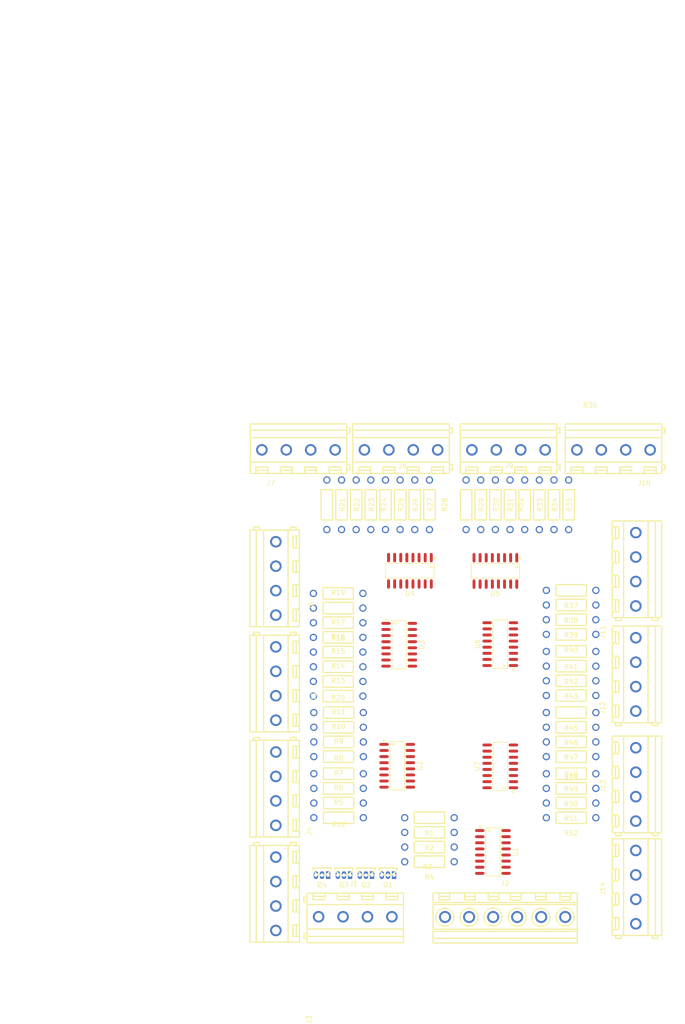
<source format=kicad_pcb>
(kicad_pcb (version 20211014) (generator pcbnew)
  (layers (0 "F.Cu" jumper) (31 "B.Cu" signal) (34 "B.Paste" user) (35 "F.Paste" user) (36 "B.SilkS" user "B.Silkscreen") (37 "F.SilkS" user "F.Silkscreen") (38 "B.Mask" user) (39 "F.Mask" user) (44 "Edge.Cuts" user))
  (net 0 "")
  (net 1 "Net-(J1-Pad1)")
  (net 2 "Net-(J1-Pad2)")
  (net 3 "Net-(J1-Pad3)")
  (net 4 "Net-(J1-Pad4)")
  (net 5 "GND")
  (net 6 "Net-(J2-Pad2)")
  (net 7 "Net-(J2-Pad3)")
  (net 8 "Net-(J2-Pad4)")
  (net 9 "Net-(J2-Pad5)")
  (net 10 "Net-(J3-Pad1)")
  (net 11 "Net-(J3-Pad2)")
  (net 12 "Net-(J3-Pad3)")
  (net 13 "Net-(J3-Pad4)")
  (net 14 "Net-(J4-Pad1)")
  (net 15 "Net-(J4-Pad2)")
  (net 16 "Net-(J4-Pad3)")
  (net 17 "Net-(J4-Pad4)")
  (net 18 "Net-(J5-Pad1)")
  (net 19 "Net-(J5-Pad2)")
  (net 20 "Net-(J5-Pad3)")
  (net 21 "Net-(J5-Pad4)")
  (net 22 "Net-(J6-Pad1)")
  (net 23 "Net-(J6-Pad2)")
  (net 24 "Net-(J6-Pad3)")
  (net 25 "Net-(J6-Pad4)")
  (net 26 "Net-(J7-Pad1)")
  (net 27 "Net-(J7-Pad2)")
  (net 28 "Net-(J7-Pad3)")
  (net 29 "Net-(J7-Pad4)")
  (net 30 "Net-(J8-Pad1)")
  (net 31 "Net-(J8-Pad2)")
  (net 32 "Net-(J8-Pad3)")
  (net 33 "Net-(J8-Pad4)")
  (net 34 "Net-(J9-Pad1)")
  (net 35 "Net-(J9-Pad2)")
  (net 36 "Net-(J9-Pad3)")
  (net 37 "Net-(J9-Pad4)")
  (net 38 "Net-(J10-Pad1)")
  (net 39 "Net-(J10-Pad2)")
  (net 40 "Net-(J10-Pad3)")
  (net 41 "Net-(J10-Pad4)")
  (net 42 "Net-(J11-Pad1)")
  (net 43 "Net-(J11-Pad2)")
  (net 44 "Net-(J11-Pad3)")
  (net 45 "Net-(J11-Pad4)")
  (net 46 "Net-(J12-Pad1)")
  (net 47 "Net-(J12-Pad2)")
  (net 48 "Net-(J12-Pad3)")
  (net 49 "Net-(J12-Pad4)")
  (net 50 "Net-(J13-Pad1)")
  (net 51 "Net-(J13-Pad2)")
  (net 52 "Net-(J13-Pad3)")
  (net 53 "Net-(J13-Pad4)")
  (net 54 "Net-(J14-Pad1)")
  (net 55 "Net-(J14-Pad2)")
  (net 56 "Net-(J14-Pad3)")
  (net 57 "Net-(J14-Pad4)")
  (net 58 "Net-(J2-Pad6)")
  (net 59 "Net-(Q1-Pad2)")
  (net 60 "Net-(Q2-Pad2)")
  (net 61 "Net-(Q3-Pad2)")
  (net 62 "Net-(R1-Pad1)")
  (net 63 "Net-(R2-Pad1)")
  (net 64 "Net-(R3-Pad1)")
  (net 65 "Net-(R4-Pad1)")
  (net 66 "Net-(R6-Pad2)")
  (net 67 "Net-(R7-Pad2)")
  (net 68 "Net-(R8-Pad2)")
  (net 69 "Net-(R9-Pad2)")
  (net 70 "Net-(R10-Pad2)")
  (net 71 "Net-(R11-Pad2)")
  (net 72 "Net-(R12-Pad2)")
  (net 73 "Net-(R13-Pad2)")
  (net 74 "Net-(R14-Pad2)")
  (net 75 "Net-(R15-Pad2)")
  (net 76 "Net-(R16-Pad2)")
  (net 77 "Net-(R17-Pad2)")
  (net 78 "Net-(R18-Pad2)")
  (net 79 "Net-(R19-Pad2)")
  (net 80 "Net-(R20-Pad2)")
  (net 81 "Net-(R21-Pad2)")
  (net 82 "Net-(R22-Pad2)")
  (net 83 "Net-(R23-Pad2)")
  (net 84 "Net-(R24-Pad2)")
  (net 85 "Net-(R25-Pad2)")
  (net 86 "Net-(R26-Pad2)")
  (net 87 "Net-(R27-Pad2)")
  (net 88 "Net-(R28-Pad2)")
  (net 89 "Net-(R29-Pad2)")
  (net 90 "Net-(R30-Pad2)")
  (net 91 "Net-(R31-Pad2)")
  (net 92 "Net-(R32-Pad2)")
  (net 93 "Net-(R33-Pad2)")
  (net 94 "Net-(R34-Pad2)")
  (net 95 "Net-(R35-Pad2)")
  (net 96 "Net-(R36-Pad2)")
  (net 97 "Net-(R37-Pad2)")
  (net 98 "Net-(R38-Pad2)")
  (net 99 "Net-(R39-Pad2)")
  (net 100 "Net-(R40-Pad2)")
  (net 101 "Net-(R41-Pad2)")
  (net 102 "Net-(R42-Pad2)")
  (net 103 "Net-(R43-Pad2)")
  (net 104 "Net-(R44-Pad2)")
  (net 105 "Net-(R45-Pad2)")
  (net 106 "Net-(R46-Pad2)")
  (net 107 "Net-(R47-Pad2)")
  (net 108 "Net-(R48-Pad2)")
  (net 109 "Net-(R49-Pad2)")
  (net 110 "Net-(R50-Pad2)")
  (net 111 "Net-(R51-Pad2)")
  (net 112 "Net-(R52-Pad2)")
  (net 113 "Net-(R5-Pad2)")
  (net 118 "Net-(U1-Pad9)")
  (net 119 "Net-(U2-Pad9)")
  (net 120 "Net-(U3-Pad9)")
  (net 121 "Net-(U4-Pad9)")
  (net 122 "Net-(U5-Pad9)")
  (net 123 "Net-(U6-Pad9)")
  (net 125 "Net-(Q4-Pad2)")
  (footprint "330R:RES-TH_BD2.4-L6.3-P10.30-D0.6" (layer "F.Cu") (at 105.7148 67.6656 -90)
    (fp_text reference "R31" (at 0 -3.2 -270) (layer "F.SilkS"))
    (fp_text value "330")
    (pad "1" thru_hole circle locked (at -5.150114 0 270) (size 1.524003 1.524003) (drill 1) (layers *.Cu *.Mask) (net 35 "Net-(J9-Pad2)"))
    (pad "2" thru_hole circle locked (at 5.150114 0 270) (size 1.524003 1.524003) (drill 1) (layers *.Cu *.Mask) (net 91 "Net-(R31-Pad2)"))
  )
  (footprint "330R:RES-TH_BD2.4-L6.3-P10.30-D0.6" (layer "F.Cu") (at 121.4628 116.9416 180)
    (fp_text reference "R47" (at 0 -3.2) (layer "F.SilkS"))
    (fp_text value "330")
    (pad "1" thru_hole circle locked (at -5.150114 0 180) (size 1.524003 1.524003) (drill 1) (layers *.Cu *.Mask) (net 51 "Net-(J13-Pad2)"))
    (pad "2" thru_hole circle locked (at 5.150114 0 180) (size 1.524003 1.524003) (drill 1) (layers *.Cu *.Mask) (net 107 "Net-(R47-Pad2)"))
  )
  (footprint "330R:RES-TH_BD2.4-L6.3-P10.30-D0.6" (layer "F.Cu") (at 73.100686 129.641615)
    (fp_text reference "R6" (at 0 -3.2) (layer "F.SilkS"))
    (fp_text value "330")
    (pad "1" thru_hole circle locked (at -5.150114 0) (size 1.524003 1.524003) (drill 1) (layers *.Cu *.Mask) (net 12 "Net-(J3-Pad3)"))
    (pad "2" thru_hole circle locked (at 5.150114 0) (size 1.524003 1.524003) (drill 1) (layers *.Cu *.Mask) (net 66 "Net-(R6-Pad2)"))
  )
  (footprint "330R:RES-TH_BD2.4-L6.3-P10.30-D0.6" (layer "F.Cu") (at 73.007215 104.368596)
    (fp_text reference "R14" (at 0 -3.2) (layer "F.SilkS"))
    (fp_text value "330")
    (pad "1" thru_hole circle locked (at -5.150114 0) (size 1.524003 1.524003) (drill 1) (layers *.Cu *.Mask) (net 20 "Net-(J5-Pad3)"))
    (pad "2" thru_hole circle locked (at 5.150114 0) (size 1.524003 1.524003) (drill 1) (layers *.Cu *.Mask) (net 74 "Net-(R14-Pad2)"))
  )
  (footprint "330R:RES-TH_BD2.4-L6.3-P10.30-D0.6" (layer "F.Cu") (at 73.007215 89.128596)
    (fp_text reference "R19" (at 0 -3.2) (layer "F.SilkS"))
    (fp_text value "330")
    (pad "1" thru_hole circle locked (at -5.150114 0) (size 1.524003 1.524003) (drill 1) (layers *.Cu *.Mask) (net 23 "Net-(J6-Pad2)"))
    (pad "2" thru_hole circle locked (at 5.150114 0) (size 1.524003 1.524003) (drill 1) (layers *.Cu *.Mask) (net 79 "Net-(R19-Pad2)"))
  )
  (footprint "330R:RES-TH_BD2.4-L6.3-P10.30-D0.6" (layer "F.Cu") (at 73.007215 86.080596)
    (fp_text reference "R20" (at 0 21.692) (layer "F.SilkS"))
    (fp_text value "330")
    (pad "1" thru_hole circle locked (at -5.150114 0) (size 1.524003 1.524003) (drill 1) (layers *.Cu *.Mask) (net 22 "Net-(J6-Pad1)"))
    (pad "2" thru_hole circle locked (at 5.150114 0) (size 1.524003 1.524003) (drill 1) (layers *.Cu *.Mask) (net 80 "Net-(R20-Pad2)"))
  )
  (footprint "1kR:RES-TH_BD2.4-L6.3-P10.30-D0.6" (layer "F.Cu") (at 91.9988 141.8336 180)
    (fp_text reference "R4" (at 0 -3.2) (layer "F.SilkS"))
    (fp_text value "1000")
    (pad "1" thru_hole circle locked (at -5.150114 0 180) (size 1.524003 1.524003) (drill 1) (layers *.Cu *.Mask) (net 65 "Net-(R4-Pad1)"))
    (pad "2" thru_hole circle locked (at 5.150114 0 180) (size 1.524003 1.524003) (drill 1) (layers *.Cu *.Mask) (net 59 "Net-(Q1-Pad2)"))
  )
  (footprint "74HC595:SOIC-16_L9.9-W3.9-P1.27-LS6.0-BL" (layer "F.Cu") (at 85.292686 121.894609 -90)
    (fp_text reference "U2" (at 0 -4.735585 90) (layer "F.SilkS"))
    (fp_text value "74HC595D,118")
    (pad "1" smd oval locked (at -4.445009 2.735585 270) (size 0.602007 1.970993) (layers "F.Cu" "F.Paste" "F.Mask") (net 71 "Net-(R11-Pad2)"))
    (pad "2" smd oval locked (at -3.175006 2.735585 270) (size 0.602007 1.970993) (layers "F.Cu" "F.Paste" "F.Mask") (net 70 "Net-(R10-Pad2)"))
    (pad "3" smd oval locked (at -1.905004 2.735585 270) (size 0.602007 1.970993) (layers "F.Cu" "F.Paste" "F.Mask") (net 69 "Net-(R9-Pad2)"))
    (pad "4" smd oval locked (at -0.635001 2.735585 270) (size 0.602007 1.970993) (layers "F.Cu" "F.Paste" "F.Mask") (net 68 "Net-(R8-Pad2)"))
    (pad "5" smd oval locked (at 0.635001 2.735585 270) (size 0.602007 1.970993) (layers "F.Cu" "F.Paste" "F.Mask") (net 67 "Net-(R7-Pad2)"))
    (pad "6" smd oval locked (at 1.905004 2.735585 270) (size 0.602007 1.970993) (layers "F.Cu" "F.Paste" "F.Mask") (net 66 "Net-(R6-Pad2)"))
    (pad "7" smd oval locked (at 3.175006 2.735585 270) (size 0.602007 1.970993) (layers "F.Cu" "F.Paste" "F.Mask") (net 113 "Net-(R5-Pad2)"))
    (pad "8" smd oval locked (at 4.445009 2.735585 270) (size 0.602007 1.970993) (layers "F.Cu" "F.Paste" "F.Mask") (net 5 "GND"))
    (pad "9" smd oval locked (at 4.445009 -2.735585 270) (size 0.602007 1.970993) (layers "F.Cu" "F.Paste" "F.Mask") (net 119 "Net-(U2-Pad9)"))
    (pad "10" smd oval locked (at 3.175006 -2.735585 270) (size 0.602007 1.970993) (layers "F.Cu" "F.Paste" "F.Mask") (net 58 "Net-(J2-Pad6)"))
    (pad "11" smd oval locked (at 1.905004 -2.735585 270) (size 0.602007 1.970993) (layers "F.Cu" "F.Paste" "F.Mask") (net 6 "Net-(J2-Pad2)"))
    (pad "12" smd oval locked (at 0.635001 -2.735585 270) (size 0.602007 1.970993) (layers "F.Cu" "F.Paste" "F.Mask") (net 7 "Net-(J2-Pad3)"))
    (pad "13" smd oval locked (at -0.635001 -2.735585 270) (size 0.602007 1.970993) (layers "F.Cu" "F.Paste" "F.Mask") (net 8 "Net-(J2-Pad4)"))
    (pad "14" smd oval locked (at -1.905004 -2.735585 270) (size 0.602007 1.970993) (layers "F.Cu" "F.Paste" "F.Mask") (net 118 "Net-(U1-Pad9)"))
    (pad "15" smd oval locked (at -3.175006 -2.735585 270) (size 0.602007 1.970993) (layers "F.Cu" "F.Paste" "F.Mask") (net 72 "Net-(R12-Pad2)"))
    (pad "16" smd oval locked (at -4.445009 -2.735585 270) (size 0.602007 1.970993) (layers "F.Cu" "F.Paste" "F.Mask") (net 58 "Net-(J2-Pad6)"))
  )
  (footprint "330R:RES-TH_BD2.4-L6.3-P10.30-D0.6" (layer "F.Cu") (at 76.7588 67.6656 -90)
    (fp_text reference "R23" (at 0 -3.2 90) (layer "F.SilkS"))
    (fp_text value "330")
    (pad "1" thru_hole circle locked (at -5.150114 0 270) (size 1.524003 1.524003) (drill 1) (layers *.Cu *.Mask) (net 27 "Net-(J7-Pad2)"))
    (pad "2" thru_hole circle locked (at 5.150114 0 270) (size 1.524003 1.524003) (drill 1) (layers *.Cu *.Mask) (net 83 "Net-(R23-Pad2)"))
  )
  (footprint "330R:RES-TH_BD2.4-L6.3-P10.30-D0.6" (layer "F.Cu") (at 121.4628 94.5896 180)
    (fp_text reference "R40" (at 0 -3.2) (layer "F.SilkS"))
    (fp_text value "330")
    (pad "1" thru_hole circle locked (at -5.150114 0 180) (size 1.524003 1.524003) (drill 1) (layers *.Cu *.Mask) (net 42 "Net-(J11-Pad1)"))
    (pad "2" thru_hole circle locked (at 5.150114 0 180) (size 1.524003 1.524003) (drill 1) (layers *.Cu *.Mask) (net 100 "Net-(R40-Pad2)"))
  )
  (footprint "330R:RES-TH_BD2.4-L6.3-P10.30-D0.6" (layer "F.Cu") (at 108.7628 67.6656 -90)
    (fp_text reference "R32" (at 0 -2.184 -270) (layer "F.SilkS"))
    (fp_text value "330")
    (pad "1" thru_hole circle locked (at -5.150114 0 270) (size 1.524003 1.524003) (drill 1) (layers *.Cu *.Mask) (net 34 "Net-(J9-Pad1)"))
    (pad "2" thru_hole circle locked (at 5.150114 0 270) (size 1.524003 1.524003) (drill 1) (layers *.Cu *.Mask) (net 92 "Net-(R32-Pad2)"))
  )
  (footprint "330R:RES-TH_BD2.4-L6.3-P10.30-D0.6" (layer "F.Cu") (at 73.7108 67.6656 -90)
    (fp_text reference "R22" (at 0 -3.2 90) (layer "F.SilkS"))
    (fp_text value "330")
    (pad "1" thru_hole circle locked (at -5.150114 0 270) (size 1.524003 1.524003) (drill 1) (layers *.Cu *.Mask) (net 28 "Net-(J7-Pad3)"))
    (pad "2" thru_hole circle locked (at 5.150114 0 270) (size 1.524003 1.524003) (drill 1) (layers *.Cu *.Mask) (net 82 "Net-(R22-Pad2)"))
  )
  (footprint "330R:RES-TH_BD2.4-L6.3-P10.30-D0.6" (layer "F.Cu") (at 73.007215 107.416596)
    (fp_text reference "R13" (at 0 -3.2) (layer "F.SilkS"))
    (fp_text value "330")
    (pad "1" thru_hole circle locked (at -5.150114 0) (size 1.524003 1.524003) (drill 1) (layers *.Cu *.Mask) (net 21 "Net-(J5-Pad4)"))
    (pad "2" thru_hole circle locked (at 5.150114 0) (size 1.524003 1.524003) (drill 1) (layers *.Cu *.Mask) (net 73 "Net-(R13-Pad2)"))
  )
  (footprint "74HC595:SOIC-16_L9.9-W3.9-P1.27-LS6.0-BL" (layer "F.Cu") (at 105.7148 81.406604 180)
    (fp_text reference "U5" (at 0 -4.735585) (layer "F.SilkS"))
    (fp_text value "74HC595D,118")
    (pad "1" smd oval locked (at -4.445009 2.735585 180) (size 0.602007 1.970993) (layers "F.Cu" "F.Paste" "F.Mask") (net 95 "Net-(R35-Pad2)"))
    (pad "2" smd oval locked (at -3.175006 2.735585 180) (size 0.602007 1.970993) (layers "F.Cu" "F.Paste" "F.Mask") (net 94 "Net-(R34-Pad2)"))
    (pad "3" smd oval locked (at -1.905004 2.735585 180) (size 0.602007 1.970993) (layers "F.Cu" "F.Paste" "F.Mask") (net 93 "Net-(R33-Pad2)"))
    (pad "4" smd oval locked (at -0.635001 2.735585 180) (size 0.602007 1.970993) (layers "F.Cu" "F.Paste" "F.Mask") (net 92 "Net-(R32-Pad2)"))
    (pad "5" smd oval locked (at 0.635001 2.735585 180) (size 0.602007 1.970993) (layers "F.Cu" "F.Paste" "F.Mask") (net 91 "Net-(R31-Pad2)"))
    (pad "6" smd oval locked (at 1.905004 2.735585 180) (size 0.602007 1.970993) (layers "F.Cu" "F.Paste" "F.Mask") (net 90 "Net-(R30-Pad2)"))
    (pad "7" smd oval locked (at 3.175006 2.735585 180) (size 0.602007 1.970993) (layers "F.Cu" "F.Paste" "F.Mask") (net 89 "Net-(R29-Pad2)"))
    (pad "8" smd oval locked (at 4.445009 2.735585 180) (size 0.602007 1.970993) (layers "F.Cu" "F.Paste" "F.Mask") (net 5 "GND"))
    (pad "9" smd oval locked (at 4.445009 -2.735585 180) (size 0.602007 1.970993) (layers "F.Cu" "F.Paste" "F.Mask") (net 122 "Net-(U5-Pad9)"))
    (pad "10" smd oval locked (at 3.175006 -2.735585 180) (size 0.602007 1.970993) (layers "F.Cu" "F.Paste" "F.Mask") (net 58 "Net-(J2-Pad6)"))
    (pad "11" smd oval locked (at 1.905004 -2.735585 180) (size 0.602007 1.970993) (layers "F.Cu" "F.Paste" "F.Mask") (net 6 "Net-(J2-Pad2)"))
    (pad "12" smd oval locked (at 0.635001 -2.735585 180) (size 0.602007 1.970993) (layers "F.Cu" "F.Paste" "F.Mask") (net 7 "Net-(J2-Pad3)"))
    (pad "13" smd oval locked (at -0.635001 -2.735585 180) (size 0.602007 1.970993) (layers "F.Cu" "F.Paste" "F.Mask") (net 8 "Net-(J2-Pad4)"))
    (pad "14" smd oval locked (at -1.905004 -2.735585 180) (size 0.602007 1.970993) (layers "F.Cu" "F.Paste" "F.Mask") (net 121 "Net-(U4-Pad9)"))
    (pad "15" smd oval locked (at -3.175006 -2.735585 180) (size 0.602007 1.970993) (layers "F.Cu" "F.Paste" "F.Mask") (net 96 "Net-(R36-Pad2)"))
    (pad "16" smd oval locked (at -4.445009 -2.735585 180) (size 0.602007 1.970993) (layers "F.Cu" "F.Paste" "F.Mask") (net 58 "Net-(J2-Pad6)"))
  )
  (footprint "DB128V-5.0-4P-GN-S:CONN-TH_DB128V-5.0-4P" (layer "F.Cu") (at 65.0748 56.006604 180)
    (fp_text reference "J7" (at 6.070996 -7.15) (layer "F.SilkS"))
    (fp_text value "DB128V-5_0-4P")
    (pad "1" thru_hole circle locked (at -7.30602 -0.25 180) (size 2.4 2.4) (drill 1.6) (layers *.Cu *.Mask) (net 26 "Net-(J7-Pad1)"))
    (pad "2" thru_hole circle locked (at -2.22601 -0.25 180) (size 2.4 2.4) (drill 1.6) (layers *.Cu *.Mask) (net 27 "Net-(J7-Pad2)"))
    (pad "3" thru_hole circle locked (at 2.854001 -0.25 180) (size 2.4 2.4) (drill 1.6) (layers *.Cu *.Mask) (net 28 "Net-(J7-Pad3)"))
    (pad "4" thru_hole circle locked (at 7.934011 -0.25 180) (size 2.4 2.4) (drill 1.6) (layers *.Cu *.Mask) (net 29 "Net-(J7-Pad4)"))
  )
  (footprint "330R:RES-TH_BD2.4-L6.3-P10.30-D0.6" (layer "F.Cu") (at 91.9988 67.6656 -90)
    (fp_text reference "R28" (at 0 -3.2 90) (layer "F.SilkS"))
    (fp_text value "330")
    (pad "1" thru_hole circle locked (at -5.150114 0 270) (size 1.524003 1.524003) (drill 1) (layers *.Cu *.Mask) (net 30 "Net-(J8-Pad1)"))
    (pad "2" thru_hole circle locked (at 5.150114 0 270) (size 1.524003 1.524003) (drill 1) (layers *.Cu *.Mask) (net 88 "Net-(R28-Pad2)"))
  )
  (footprint "330R:RES-TH_BD2.4-L6.3-P10.30-D0.6" (layer "F.Cu") (at 73.100686 116.941615)
    (fp_text reference "R10" (at 0 -3.2) (layer "F.SilkS"))
    (fp_text value "330")
    (pad "1" thru_hole circle locked (at -5.150114 0) (size 1.524003 1.524003) (drill 1) (layers *.Cu *.Mask) (net 16 "Net-(J4-Pad3)"))
    (pad "2" thru_hole circle locked (at 5.150114 0) (size 1.524003 1.524003) (drill 1) (layers *.Cu *.Mask) (net 70 "Net-(R10-Pad2)"))
  )
  (footprint "DB128V-5.0-4P-GN-S:CONN-TH_DB128V-5.0-4P" (layer "F.Cu") (at 59.799215 148.183602 -90)
    (fp_text reference "J3" (at 26.416 -7.15 90) (layer "F.SilkS"))
    (fp_text value "DB128V-5_0-4P")
    (pad "1" thru_hole circle locked (at -7.30602 -0.25 270) (size 2.4 2.4) (drill 1.6) (layers *.Cu *.Mask) (net 10 "Net-(J3-Pad1)"))
    (pad "2" thru_hole circle locked (at -2.22601 -0.25 270) (size 2.4 2.4) (drill 1.6) (layers *.Cu *.Mask) (net 11 "Net-(J3-Pad2)"))
    (pad "3" thru_hole circle locked (at 2.854001 -0.25 270) (size 2.4 2.4) (drill 1.6) (layers *.Cu *.Mask) (net 12 "Net-(J3-Pad3)"))
    (pad "4" thru_hole circle locked (at 7.934011 -0.25 270) (size 2.4 2.4) (drill 1.6) (layers *.Cu *.Mask) (net 13 "Net-(J3-Pad4)"))
  )
  (footprint "330R:RES-TH_BD2.4-L6.3-P10.30-D0.6" (layer "F.Cu") (at 85.9028 67.6656 -90)
    (fp_text reference "R26" (at 0 -3.2 90) (layer "F.SilkS"))
    (fp_text value "330")
    (pad "1" thru_hole circle locked (at -5.150114 0 270) (size 1.524003 1.524003) (drill 1) (layers *.Cu *.Mask) (net 32 "Net-(J8-Pad3)"))
    (pad "2" thru_hole circle locked (at 5.150114 0 270) (size 1.524003 1.524003) (drill 1) (layers *.Cu *.Mask) (net 86 "Net-(R26-Pad2)"))
  )
  (footprint "330R:RES-TH_BD2.4-L6.3-P10.30-D0.6" (layer "F.Cu") (at 73.100686 119.989615)
    (fp_text reference "R9" (at 0 -3.2) (layer "F.SilkS"))
    (fp_text value "330")
    (pad "1" thru_hole circle locked (at -5.150114 0) (size 1.524003 1.524003) (drill 1) (layers *.Cu *.Mask) (net 17 "Net-(J4-Pad4)"))
    (pad "2" thru_hole circle locked (at 5.150114 0) (size 1.524003 1.524003) (drill 1) (layers *.Cu *.Mask) (net 69 "Net-(R9-Pad2)"))
  )
  (footprint "DB128V-5.0-4P-GN-S:CONN-TH_DB128V-5.0-4P" (layer "F.Cu") (at 135.1788 126.0856 90)
    (fp_text reference "J13" (at 0 -7.15 90) (layer "F.SilkS"))
    (fp_text value "DB128V-5_0-4P")
    (pad "1" thru_hole circle locked (at -7.30602 -0.25 90) (size 2.4 2.4) (drill 1.6) (layers *.Cu *.Mask) (net 50 "Net-(J13-Pad1)"))
    (pad "2" thru_hole circle locked (at -2.22601 -0.25 90) (size 2.4 2.4) (drill 1.6) (layers *.Cu *.Mask) (net 51 "Net-(J13-Pad2)"))
    (pad "3" thru_hole circle locked (at 2.854001 -0.25 90) (size 2.4 2.4) (drill 1.6) (layers *.Cu *.Mask) (net 52 "Net-(J13-Pad3)"))
    (pad "4" thru_hole circle locked (at 7.934011 -0.25 90) (size 2.4 2.4) (drill 1.6) (layers *.Cu *.Mask) (net 53 "Net-(J13-Pad4)"))
  )
  (footprint "330R:RES-TH_BD2.4-L6.3-P10.30-D0.6" (layer "F.Cu") (at 73.007215 101.320596)
    (fp_text reference "R15" (at 0 -3.2) (layer "F.SilkS"))
    (fp_text value "330")
    (pad "1" thru_hole circle locked (at -5.150114 0) (size 1.524003 1.524003) (drill 1) (layers *.Cu *.Mask) (net 19 "Net-(J5-Pad2)"))
    (pad "2" thru_hole circle locked (at 5.150114 0) (size 1.524003 1.524003) (drill 1) (layers *.Cu *.Mask) (net 75 "Net-(R15-Pad2)"))
  )
  (footprint "74HC595:SOIC-16_L9.9-W3.9-P1.27-LS6.0-BL" (layer "F.Cu") (at 87.9348 81.3816 180)
    (fp_text reference "U4" (at 0 -4.735585) (layer "F.SilkS"))
    (fp_text value "74HC595D,118")
    (pad "1" smd oval locked (at -4.445009 2.735585 180) (size 0.602007 1.970993) (layers "F.Cu" "F.Paste" "F.Mask") (net 87 "Net-(R27-Pad2)"))
    (pad "2" smd oval locked (at -3.175006 2.735585 180) (size 0.602007 1.970993) (layers "F.Cu" "F.Paste" "F.Mask") (net 86 "Net-(R26-Pad2)"))
    (pad "3" smd oval locked (at -1.905004 2.735585 180) (size 0.602007 1.970993) (layers "F.Cu" "F.Paste" "F.Mask") (net 85 "Net-(R25-Pad2)"))
    (pad "4" smd oval locked (at -0.635001 2.735585 180) (size 0.602007 1.970993) (layers "F.Cu" "F.Paste" "F.Mask") (net 84 "Net-(R24-Pad2)"))
    (pad "5" smd oval locked (at 0.635001 2.735585 180) (size 0.602007 1.970993) (layers "F.Cu" "F.Paste" "F.Mask") (net 83 "Net-(R23-Pad2)"))
    (pad "6" smd oval locked (at 1.905004 2.735585 180) (size 0.602007 1.970993) (layers "F.Cu" "F.Paste" "F.Mask") (net 82 "Net-(R22-Pad2)"))
    (pad "7" smd oval locked (at 3.175006 2.735585 180) (size 0.602007 1.970993) (layers "F.Cu" "F.Paste" "F.Mask") (net 81 "Net-(R21-Pad2)"))
    (pad "8" smd oval locked (at 4.445009 2.735585 180) (size 0.602007 1.970993) (layers "F.Cu" "F.Paste" "F.Mask") (net 5 "GND"))
    (pad "9" smd oval locked (at 4.445009 -2.735585 180) (size 0.602007 1.970993) (layers "F.Cu" "F.Paste" "F.Mask") (net 121 "Net-(U4-Pad9)"))
    (pad "10" smd oval locked (at 3.175006 -2.735585 180) (size 0.602007 1.970993) (layers "F.Cu" "F.Paste" "F.Mask") (net 58 "Net-(J2-Pad6)"))
    (pad "11" smd oval locked (at 1.905004 -2.735585 180) (size 0.602007 1.970993) (layers "F.Cu" "F.Paste" "F.Mask") (net 6 "Net-(J2-Pad2)"))
    (pad "12" smd oval locked (at 0.635001 -2.735585 180) (size 0.602007 1.970993) (layers "F.Cu" "F.Paste" "F.Mask") (net 7 "Net-(J2-Pad3)"))
    (pad "13" smd oval locked (at -0.635001 -2.735585 180) (size 0.602007 1.970993) (layers "F.Cu" "F.Paste" "F.Mask") (net 8 "Net-(J2-Pad4)"))
    (pad "14" smd oval locked (at -1.905004 -2.735585 180) (size 0.602007 1.970993) (layers "F.Cu" "F.Paste" "F.Mask") (net 120 "Net-(U3-Pad9)"))
    (pad "15" smd oval locked (at -3.175006 -2.735585 180) (size 0.602007 1.970993) (layers "F.Cu" "F.Paste" "F.Mask") (net 88 "Net-(R28-Pad2)"))
    (pad "16" smd oval locked (at -4.445009 -2.735585 180) (size 0.602007 1.970993) (layers "F.Cu" "F.Paste" "F.Mask") (net 58 "Net-(J2-Pad6)"))
  )
  (footprint "330R:RES-TH_BD2.4-L6.3-P10.30-D0.6" (layer "F.Cu") (at 73.007215 98.272596)
    (fp_text reference "R16" (at 0 -3.2) (layer "F.SilkS"))
    (fp_text value "330")
    (pad "1" thru_hole circle locked (at -5.150114 0) (size 1.524003 1.524003) (drill 1) (layers *.Cu *.Mask) (net 18 "Net-(J5-Pad1)"))
    (pad "2" thru_hole circle locked (at 5.150114 0) (size 1.524003 1.524003) (drill 1) (layers *.Cu *.Mask) (net 76 "Net-(R16-Pad2)"))
  )
  (footprint "330R:RES-TH_BD2.4-L6.3-P10.30-D0.6" (layer "F.Cu") (at 120.9548 67.6656 -90)
    (fp_text reference "R36" (at -20.667585 -4.445004 -180) (layer "F.SilkS"))
    (fp_text value "330")
    (pad "1" thru_hole circle locked (at -5.150114 0 270) (size 1.524003 1.524003) (drill 1) (layers *.Cu *.Mask) (net 38 "Net-(J10-Pad1)"))
    (pad "2" thru_hole circle locked (at 5.150114 0 270) (size 1.524003 1.524003) (drill 1) (layers *.Cu *.Mask) (net 96 "Net-(R36-Pad2)"))
  )
  (footprint "330R:RES-TH_BD2.4-L6.3-P10.30-D0.6" (layer "F.Cu") (at 121.4628 119.9896 180)
    (fp_text reference "R48" (at 0 -3.708) (layer "F.SilkS"))
    (fp_text value "330")
    (pad "1" thru_hole circle locked (at -5.150114 0 180) (size 1.524003 1.524003) (drill 1) (layers *.Cu *.Mask) (net 50 "Net-(J13-Pad1)"))
    (pad "2" thru_hole circle locked (at 5.150114 0 180) (size 1.524003 1.524003) (drill 1) (layers *.Cu *.Mask) (net 108 "Net-(R48-Pad2)"))
  )
  (footprint "330R:RES-TH_BD2.4-L6.3-P10.30-D0.6" (layer "F.Cu") (at 73.007215 95.224596)
    (fp_text reference "R17" (at 0 -3.2) (layer "F.SilkS"))
    (fp_text value "330")
    (pad "1" thru_hole circle locked (at -5.150114 0) (size 1.524003 1.524003) (drill 1) (layers *.Cu *.Mask) (net 25 "Net-(J6-Pad4)"))
    (pad "2" thru_hole circle locked (at 5.150114 0) (size 1.524003 1.524003) (drill 1) (layers *.Cu *.Mask) (net 77 "Net-(R17-Pad2)"))
  )
  (footprint "DB128V-5.0-4P-GN-S:CONN-TH_DB128V-5.0-4P" (layer "F.Cu") (at 135.1788 103.2256 90)
    (fp_text reference "J12" (at -6.604 -7.15 90) (layer "F.SilkS"))
    (fp_text value "DB128V-5_0-4P")
    (pad "1" thru_hole circle locked (at -7.30602 -0.25 90) (size 2.4 2.4) (drill 1.6) (layers *.Cu *.Mask) (net 46 "Net-(J12-Pad1)"))
    (pad "2" thru_hole circle locked (at -2.22601 -0.25 90) (size 2.4 2.4) (drill 1.6) (layers *.Cu *.Mask) (net 47 "Net-(J12-Pad2)"))
    (pad "3" thru_hole circle locked (at 2.854001 -0.25 90) (size 2.4 2.4) (drill 1.6) (layers *.Cu *.Mask) (net 48 "Net-(J12-Pad3)"))
    (pad "4" thru_hole circle locked (at 7.934011 -0.25 90) (size 2.4 2.4) (drill 1.6) (layers *.Cu *.Mask) (net 49 "Net-(J12-Pad4)"))
  )
  (footprint "2N2222A:TO-92-3_L4.9-W3.7-P1.27-L" (layer "F.Cu") (at 83.3628 143.8656 180)
    (fp_text reference "Q1" (at 0 -2.749936) (layer "F.SilkS"))
    (fp_text value "2N2222")
    (pad "1" thru_hole rect locked (at -1.270003 -0.749936 180) (size 0.9 1.6) (drill 0.700025) (layers *.Cu *.Mask) (net 4 "Net-(J1-Pad4)"))
    (pad "2" thru_hole oval locked (at 0 -0.749936 180) (size 0.9 1.6) (drill 0.700025) (layers *.Cu *.Mask) (net 59 "Net-(Q1-Pad2)"))
    (pad "3" thru_hole oval locked (at 1.270003 -0.749936 180) (size 0.9 1.6) (drill 0.700025) (layers *.Cu *.Mask) (net 5 "GND"))
  )
  (footprint "DB128V-5.0-4P-GN-S:CONN-TH_DB128V-5.0-4P" (layer "F.Cu") (at 59.799215 82.651602 -90)
    (fp_text reference "J6" (at 5.968994 -7.658 90) (layer "F.SilkS"))
    (fp_text value "DB128V-5_0-4P")
    (pad "1" thru_hole circle locked (at -7.30602 -0.25 270) (size 2.4 2.4) (drill 1.6) (layers *.Cu *.Mask) (net 22 "Net-(J6-Pad1)"))
    (pad "2" thru_hole circle locked (at -2.22601 -0.25 270) (size 2.4 2.4) (drill 1.6) (layers *.Cu *.Mask) (net 23 "Net-(J6-Pad2)"))
    (pad "3" thru_hole circle locked (at 2.854001 -0.25 270) (size 2.4 2.4) (drill 1.6) (layers *.Cu *.Mask) (net 24 "Net-(J6-Pad3)"))
    (pad "4" thru_hole circle locked (at 7.934011 -0.25 270) (size 2.4 2.4) (drill 1.6) (layers *.Cu *.Mask) (net 25 "Net-(J6-Pad4)"))
  )
  (footprint "330R:RES-TH_BD2.4-L6.3-P10.30-D0.6" (layer "F.Cu") (at 121.4628 101.1936 180)
    (fp_text reference "R42" (at 0 -3.2) (layer "F.SilkS"))
    (fp_text value "330")
    (pad "1" thru_hole circle locked (at -5.150114 0 180) (size 1.524003 1.524003) (drill 1) (layers *.Cu *.Mask) (net 48 "Net-(J12-Pad3)"))
    (pad "2" thru_hole circle locked (at 5.150114 0 180) (size 1.524003 1.524003) (drill 1) (layers *.Cu *.Mask) (net 102 "Net-(R42-Pad2)"))
  )
  (footprint "74HC595:SOIC-16_L9.9-W3.9-P1.27-LS6.0-BL" (layer "F.Cu") (at 105.2068 139.8016 -90)
    (fp_text reference "U1" (at 0 -4.735585 -270) (layer "F.SilkS"))
    (fp_text value "74HC595D,118")
    (pad "1" smd oval locked (at -4.445009 2.735585 270) (size 0.602007 1.970993) (layers "F.Cu" "F.Paste" "F.Mask") (net 62 "Net-(R1-Pad1)"))
    (pad "2" smd oval locked (at -3.175006 2.735585 270) (size 0.602007 1.970993) (layers "F.Cu" "F.Paste" "F.Mask") (net 63 "Net-(R2-Pad1)"))
    (pad "3" smd oval locked (at -1.905004 2.735585 270) (size 0.602007 1.970993) (layers "F.Cu" "F.Paste" "F.Mask") (net 64 "Net-(R3-Pad1)"))
    (pad "4" smd oval locked (at -0.635001 2.735585 270) (size 0.602007 1.970993) (layers "F.Cu" "F.Paste" "F.Mask") (net 65 "Net-(R4-Pad1)"))
    (pad "5" smd oval locked (at 0.635001 2.735585 270) (size 0.602007 1.970993) (layers "F.Cu" "F.Paste" "F.Mask"))
    (pad "6" smd oval locked (at 1.905004 2.735585 270) (size 0.602007 1.970993) (layers "F.Cu" "F.Paste" "F.Mask"))
    (pad "7" smd oval locked (at 3.175006 2.735585 270) (size 0.602007 1.970993) (layers "F.Cu" "F.Paste" "F.Mask"))
    (pad "8" smd oval locked (at 4.445009 2.735585 270) (size 0.602007 1.970993) (layers "F.Cu" "F.Paste" "F.Mask") (net 5 "GND"))
    (pad "9" smd oval locked (at 4.445009 -2.735585 270) (size 0.602007 1.970993) (layers "F.Cu" "F.Paste" "F.Mask") (net 118 "Net-(U1-Pad9)"))
    (pad "10" smd oval locked (at 3.175006 -2.735585 270) (size 0.602007 1.970993) (layers "F.Cu" "F.Paste" "F.Mask") (net 58 "Net-(J2-Pad6)"))
    (pad "11" smd oval locked (at 1.905004 -2.735585 270) (size 0.602007 1.970993) (layers "F.Cu" "F.Paste" "F.Mask") (net 6 "Net-(J2-Pad2)"))
    (pad "12" smd oval locked (at 0.635001 -2.735585 270) (size 0.602007 1.970993) (layers "F.Cu" "F.Paste" "F.Mask") (net 7 "Net-(J2-Pad3)"))
    (pad "13" smd oval locked (at -0.635001 -2.735585 270) (size 0.602007 1.970993) (layers "F.Cu" "F.Paste" "F.Mask") (net 8 "Net-(J2-Pad4)"))
    (pad "14" smd oval locked (at -1.905004 -2.735585 270) (size 0.602007 1.970993) (layers "F.Cu" "F.Paste" "F.Mask") (net 9 "Net-(J2-Pad5)"))
    (pad "15" smd oval locked (at -3.175006 -2.735585 270) (size 0.602007 1.970993) (layers "F.Cu" "F.Paste" "F.Mask"))
    (pad "16" smd oval locked (at -4.445009 -2.735585 270) (size 0.602007 1.970993) (layers "F.Cu" "F.Paste" "F.Mask") (net 58 "Net-(J2-Pad6)"))
  )
  (footprint "330R:RES-TH_BD2.4-L6.3-P10.30-D0.6" (layer "F.Cu") (at 121.4628 98.1456 180)
    (fp_text reference "R41" (at 0 -3.2) (layer "F.SilkS"))
    (fp_text value "330")
    (pad "1" thru_hole circle locked (at -5.150114 0 180) (size 1.524003 1.524003) (drill 1) (layers *.Cu *.Mask) (net 49 "Net-(J12-Pad4)"))
    (pad "2" thru_hole circle locked (at 5.150114 0 180) (size 1.524003 1.524003) (drill 1) (layers *.Cu *.Mask) (net 101 "Net-(R41-Pad2)"))
  )
  (footprint "330R:RES-TH_BD2.4-L6.3-P10.30-D0.6" (layer "F.Cu") (at 73.100686 113.893615)
    (fp_text reference "R11" (at 0 -3.2) (layer "F.SilkS"))
    (fp_text value "330")
    (pad "1" thru_hole circle locked (at -5.150114 0) (size 1.524003 1.524003) (drill 1) (layers *.Cu *.Mask) (net 15 "Net-(J4-Pad2)"))
    (pad "2" thru_hole circle locked (at 5.150114 0) (size 1.524003 1.524003) (drill 1) (layers *.Cu *.Mask) (net 71 "Net-(R11-Pad2)"))
  )
  (footprint "330R:RES-TH_BD2.4-L6.3-P10.30-D0.6" (layer "F.Cu") (at 121.4628 123.5456 180)
    (fp_text reference "R49" (at 0 -3.2) (layer "F.SilkS"))
    (fp_text value "330")
    (pad "1" thru_hole circle locked (at -5.150114 0 180) (size 1.524003 1.524003) (drill 1) (layers *.Cu *.Mask) (net 57 "Net-(J14-Pad4)"))
    (pad "2" thru_hole circle locked (at 5.150114 0 180) (size 1.524003 1.524003) (drill 1) (layers *.Cu *.Mask) (net 109 "Net-(R49-Pad2)"))
  )
  (footprint "330R:RES-TH_BD2.4-L6.3-P10.30-D0.6" (layer "F.Cu") (at 121.4628 126.5936 180)
    (fp_text reference "R50" (at 0 -3.2) (layer "F.SilkS"))
    (fp_text value "330")
    (pad "1" thru_hole circle locked (at -5.150114 0 180) (size 1.524003 1.524003) (drill 1) (layers *.Cu *.Mask) (net 56 "Net-(J14-Pad3)"))
    (pad "2" thru_hole circle locked (at 5.150114 0 180) (size 1.524003 1.524003) (drill 1) (layers *.Cu *.Mask) (net 110 "Net-(R50-Pad2)"))
  )
  (footprint "DB128V-5.0-4P-GN-S:CONN-TH_DB128V-5.0-4P" (layer "F.Cu") (at 59.799215 104.495602 -90)
    (fp_text reference "J5" (at 3.048 -8.166 90) (layer "F.SilkS"))
    (fp_text value "DB128V-5_0-4P")
    (pad "1" thru_hole circle locked (at -7.30602 -0.25 270) (size 2.4 2.4) (drill 1.6) (layers *.Cu *.Mask) (net 18 "Net-(J5-Pad1)"))
    (pad "2" thru_hole circle locked (at -2.22601 -0.25 270) (size 2.4 2.4) (drill 1.6) (layers *.Cu *.Mask) (net 19 "Net-(J5-Pad2)"))
    (pad "3" thru_hole circle locked (at 2.854001 -0.25 270) (size 2.4 2.4) (drill 1.6) (layers *.Cu *.Mask) (net 20 "Net-(J5-Pad3)"))
    (pad "4" thru_hole circle locked (at 7.934011 -0.25 270) (size 2.4 2.4) (drill 1.6) (layers *.Cu *.Mask) (net 21 "Net-(J5-Pad4)"))
  )
  (footprint "330R:RES-TH_BD2.4-L6.3-P10.30-D0.6" (layer "F.Cu") (at 99.6188 67.6656 -90)
    (fp_text reference "R29" (at 0 -3.2 -270) (layer "F.SilkS"))
    (fp_text value "330")
    (pad "1" thru_hole circle locked (at -5.150114 0 270) (size 1.524003 1.524003) (drill 1) (layers *.Cu *.Mask) (net 37 "Net-(J9-Pad4)"))
    (pad "2" thru_hole circle locked (at 5.150114 0 270) (size 1.524003 1.524003) (drill 1) (layers *.Cu *.Mask) (net 89 "Net-(R29-Pad2)"))
  )
  (footprint "330R:RES-TH_BD2.4-L6.3-P10.30-D0.6" (layer "F.Cu") (at 73.100686 126.593615)
    (fp_text reference "R7" (at 0 -3.2) (layer "F.SilkS"))
    (fp_text value "330")
    (pad "1" thru_hole circle locked (at -5.150114 0) (size 1.524003 1.524003) (drill 1) (layers *.Cu *.Mask) (net 11 "Net-(J3-Pad2)"))
    (pad "2" thru_hole circle locked (at 5.150114 0) (size 1.524003 1.524003) (drill 1) (layers *.Cu *.Mask) (net 67 "Net-(R7-Pad2)"))
  )
  (footprint "330R:RES-TH_BD2.4-L6.3-P10.30-D0.6" (layer "F.Cu") (at 121.4628 113.8936 180)
    (fp_text reference "R46" (at 0 -3.2) (layer "F.SilkS"))
    (fp_text value "330")
    (pad "1" thru_hole circle locked (at -5.150114 0 180) (size 1.524003 1.524003) (drill 1) (layers *.Cu *.Mask) (net 52 "Net-(J13-Pad3)"))
    (pad "2" thru_hole circle locked (at 5.150114 0 180) (size 1.524003 1.524003) (drill 1) (layers *.Cu *.Mask) (net 106 "Net-(R46-Pad2)"))
  )
  (footprint "DB128V-5.0-4P-GN-S:CONN-TH_DB128V-5.0-4P" (layer "F.Cu") (at 135.1788 81.3816 90)
    (fp_text reference "J11" (at -12.7 -7.15 90) (layer "F.SilkS"))
    (fp_text value "DB128V-5_0-4P")
    (pad "1" thru_hole circle locked (at -7.30602 -0.25 90) (size 2.4 2.4) (drill 1.6) (layers *.Cu *.Mask) (net 42 "Net-(J11-Pad1)"))
    (pad "2" thru_hole circle locked (at -2.22601 -0.25 90) (size 2.4 2.4) (drill 1.6) (layers *.Cu *.Mask) (net 43 "Net-(J11-Pad2)"))
    (pad "3" thru_hole circle locked (at 2.854001 -0.25 90) (size 2.4 2.4) (drill 1.6) (layers *.Cu *.Mask) (net 44 "Net-(J11-Pad3)"))
    (pad "4" thru_hole circle locked (at 7.934011 -0.25 90) (size 2.4 2.4) (drill 1.6) (layers *.Cu *.Mask) (net 45 "Net-(J11-Pad4)"))
  )
  (footprint "DB128V-5.0-4P-GN-S:CONN-TH_DB128V-5.0-4P" (layer "F.Cu") (at 59.799215 126.339602 -90)
    (fp_text reference "J4" (at 9.144 -7.15 90) (layer "F.SilkS"))
    (fp_text value "DB128V-5_0-4P")
    (pad "1" thru_hole circle locked (at -7.30602 -0.25 270) (size 2.4 2.4) (drill 1.6) (layers *.Cu *.Mask) (net 14 "Net-(J4-Pad1)"))
    (pad "2" thru_hole circle locked (at -2.22601 -0.25 270) (size 2.4 2.4) (drill 1.6) (layers *.Cu *.Mask) (net 15 "Net-(J4-Pad2)"))
    (pad "3" thru_hole circle locked (at 2.854001 -0.25 270) (size 2.4 2.4) (drill 1.6) (layers *.Cu *.Mask) (net 16 "Net-(J4-Pad3)"))
    (pad "4" thru_hole circle locked (at 7.934011 -0.25 270) (size 2.4 2.4) (drill 1.6) (layers *.Cu *.Mask) (net 17 "Net-(J4-Pad4)"))
  )
  (footprint "330R:RES-TH_BD2.4-L6.3-P10.30-D0.6" (layer "F.Cu") (at 121.4628 104.2416 180)
    (fp_text reference "R43" (at 0 -3.2) (layer "F.SilkS"))
    (fp_text value "330")
    (pad "1" thru_hole circle locked (at -5.150114 0 180) (size 1.524003 1.524003) (drill 1) (layers *.Cu *.Mask) (net 47 "Net-(J12-Pad2)"))
    (pad "2" thru_hole circle locked (at 5.150114 0 180) (size 1.524003 1.524003) (drill 1) (layers *.Cu *.Mask) (net 103 "Net-(R43-Pad2)"))
  )
  (footprint "330R:RES-TH_BD2.4-L6.3-P10.30-D0.6" (layer "F.Cu") (at 121.4628 129.6416 180)
    (fp_text reference "R51" (at 0 -3.2) (layer "F.SilkS"))
    (fp_text value "330")
    (pad "1" thru_hole circle locked (at -5.150114 0 180) (size 1.524003 1.524003) (drill 1) (layers *.Cu *.Mask) (net 55 "Net-(J14-Pad2)"))
    (pad "2" thru_hole circle locked (at 5.150114 0 180) (size 1.524003 1.524003) (drill 1) (layers *.Cu *.Mask) (net 111 "Net-(R51-Pad2)"))
  )
  (footprint "DB128V-5.0-4P-GN-S:CONN-TH_DB128V-5.0-4P" (layer "F.Cu") (at 135.1788 147.4216 90)
    (fp_text reference "J14" (at 0 -7.15 90) (layer "F.SilkS"))
    (fp_text value "DB128V-5_0-4P")
    (pad "1" thru_hole circle locked (at -7.30602 -0.25 90) (size 2.4 2.4) (drill 1.6) (layers *.Cu *.Mask) (net 54 "Net-(J14-Pad1)"))
    (pad "2" thru_hole circle locked (at -2.22601 -0.25 90) (size 2.4 2.4) (drill 1.6) (layers *.Cu *.Mask) (net 55 "Net-(J14-Pad2)"))
    (pad "3" thru_hole circle locked (at 2.854001 -0.25 90) (size 2.4 2.4) (drill 1.6) (layers *.Cu *.Mask) (net 56 "Net-(J14-Pad3)"))
    (pad "4" thru_hole circle locked (at 7.934011 -0.25 90) (size 2.4 2.4) (drill 1.6) (layers *.Cu *.Mask) (net 57 "Net-(J14-Pad4)"))
  )
  (footprint "330R:RES-TH_BD2.4-L6.3-P10.30-D0.6" (layer "F.Cu") (at 121.4628 132.6896 180)
    (fp_text reference "R52" (at 0 -3.2) (layer "F.SilkS"))
    (fp_text value "330")
    (pad "1" thru_hole circle locked (at -5.150114 0 180) (size 1.524003 1.524003) (drill 1) (layers *.Cu *.Mask) (net 54 "Net-(J14-Pad1)"))
    (pad "2" thru_hole circle locked (at 5.150114 0 180) (size 1.524003 1.524003) (drill 1) (layers *.Cu *.Mask) (net 112 "Net-(R52-Pad2)"))
  )
  (footprint "2N2222A:TO-92-3_L4.9-W3.7-P1.27-L" (layer "F.Cu") (at 78.7908 143.8656 180)
    (fp_text reference "Q2" (at 0 -2.749936) (layer "F.SilkS"))
    (fp_text value "2N2222")
    (pad "1" thru_hole rect locked (at -1.270003 -0.749936 180) (size 0.9 1.6) (drill 0.700025) (layers *.Cu *.Mask) (net 3 "Net-(J1-Pad3)"))
    (pad "2" thru_hole oval locked (at 0 -0.749936 180) (size 0.9 1.6) (drill 0.700025) (layers *.Cu *.Mask) (net 60 "Net-(Q2-Pad2)"))
    (pad "3" thru_hole oval locked (at 1.270003 -0.749936 180) (size 0.9 1.6) (drill 0.700025) (layers *.Cu *.Mask) (net 5 "GND"))
  )
  (footprint "DB128V-5.0-4P-GN-S:CONN-TH_DB128V-5.0-4P" (layer "F.Cu") (at 86.4108 56.006604 180)
    (fp_text reference "J8" (at 0 -3.568996) (layer "F.SilkS"))
    (fp_text value "DB128V-5_0-4P")
    (pad "1" thru_hole circle locked (at -7.30602 -0.25 180) (size 2.4 2.4) (drill 1.6) (layers *.Cu *.Mask) (net 30 "Net-(J8-Pad1)"))
    (pad "2" thru_hole circle locked (at -2.22601 -0.25 180) (size 2.4 2.4) (drill 1.6) (layers *.Cu *.Mask) (net 31 "Net-(J8-Pad2)"))
    (pad "3" thru_hole circle locked (at 2.854001 -0.25 180) (size 2.4 2.4) (drill 1.6) (layers *.Cu *.Mask) (net 32 "Net-(J8-Pad3)"))
    (pad "4" thru_hole circle locked (at 7.934011 -0.25 180) (size 2.4 2.4) (drill 1.6) (layers *.Cu *.Mask) (net 33 "Net-(J8-Pad4)"))
  )
  (footprint "74HC595:SOIC-16_L9.9-W3.9-P1.27-LS6.0-BL" (layer "F.Cu") (at 106.7308 122.0216 90)
    (fp_text reference "U7" (at 0 -4.735585 90) (layer "F.SilkS"))
    (fp_text value "74HC595D,118")
    (pad "1" smd oval locked (at -4.445009 2.735585 90) (size 0.602007 1.970993) (layers "F.Cu" "F.Paste" "F.Mask") (net 111 "Net-(R51-Pad2)"))
    (pad "2" smd oval locked (at -3.175006 2.735585 90) (size 0.602007 1.970993) (layers "F.Cu" "F.Paste" "F.Mask") (net 110 "Net-(R50-Pad2)"))
    (pad "3" smd oval locked (at -1.905004 2.735585 90) (size 0.602007 1.970993) (layers "F.Cu" "F.Paste" "F.Mask") (net 109 "Net-(R49-Pad2)"))
    (pad "4" smd oval locked (at -0.635001 2.735585 90) (size 0.602007 1.970993) (layers "F.Cu" "F.Paste" "F.Mask") (net 108 "Net-(R48-Pad2)"))
    (pad "5" smd oval locked (at 0.635001 2.735585 90) (size 0.602007 1.970993) (layers "F.Cu" "F.Paste" "F.Mask") (net 107 "Net-(R47-Pad2)"))
    (pad "6" smd oval locked (at 1.905004 2.735585 90) (size 0.602007 1.970993) (layers "F.Cu" "F.Paste" "F.Mask") (net 106 "Net-(R46-Pad2)"))
    (pad "7" smd oval locked (at 3.175006 2.735585 90) (size 0.602007 1.970993) (layers "F.Cu" "F.Paste" "F.Mask") (net 105 "Net-(R45-Pad2)"))
    (pad "8" smd oval locked (at 4.445009 2.735585 90) (size 0.602007 1.970993) (layers "F.Cu" "F.Paste" "F.Mask") (net 5 "GND"))
    (pad "9" smd oval locked (at 4.445009 -2.735585 90) (size 0.602007 1.970993) (layers "F.Cu" "F.Paste" "F.Mask"))
    (pad "10" smd oval locked (at 3.175006 -2.735585 90) (size 0.602007 1.970993) (layers "F.Cu" "F.Paste" "F.Mask") (net 58 "Net-(J2-Pad6)"))
    (pad "11" smd oval locked (at 1.905004 -2.735585 90) (size 0.602007 1.970993) (layers "F.Cu" "F.Paste" "F.Mask") (net 6 "Net-(J2-Pad2)"))
    (pad "12" smd oval locked (at 0.635001 -2.735585 90) (size 0.602007 1.970993) (layers "F.Cu" "F.Paste" "F.Mask") (net 7 "Net-(J2-Pad3)"))
    (pad "13" smd oval locked (at -0.635001 -2.735585 90) (size 0.602007 1.970993) (layers "F.Cu" "F.Paste" "F.Mask") (net 8 "Net-(J2-Pad4)"))
    (pad "14" smd oval locked (at -1.905004 -2.735585 90) (size 0.602007 1.970993) (layers "F.Cu" "F.Paste" "F.Mask") (net 123 "Net-(U6-Pad9)"))
    (pad "15" smd oval locked (at -3.175006 -2.735585 90) (size 0.602007 1.970993) (layers "F.Cu" "F.Paste" "F.Mask") (net 112 "Net-(R52-Pad2)"))
    (pad "16" smd oval locked (at -4.445009 -2.735585 90) (size 0.602007 1.970993) (layers "F.Cu" "F.Paste" "F.Mask") (net 58 "Net-(J2-Pad6)"))
  )
  (footprint "330R:RES-TH_BD2.4-L6.3-P10.30-D0.6" (layer "F.Cu") (at 102.6668 67.6656 -90)
    (fp_text reference "R30" (at 0 -3.2 -270) (layer "F.SilkS"))
    (fp_text value "330")
    (pad "1" thru_hole circle locked (at -5.150114 0 270) (size 1.524003 1.524003) (drill 1) (layers *.Cu *.Mask) (net 36 "Net-(J9-Pad3)"))
    (pad "2" thru_hole circle locked (at 5.150114 0 270) (size 1.524003 1.524003) (drill 1) (layers *.Cu *.Mask) (net 90 "Net-(R30-Pad2)"))
  )
  (footprint "330R:RES-TH_BD2.4-L6.3-P10.30-D0.6" (layer "F.Cu") (at 88.9508 67.6656 -90)
    (fp_text reference "R27" (at 0 -3.2 90) (layer "F.SilkS"))
    (fp_text value "330")
    (pad "1" thru_hole circle locked (at -5.150114 0 270) (size 1.524003 1.524003) (drill 1) (layers *.Cu *.Mask) (net 31 "Net-(J8-Pad2)"))
    (pad "2" thru_hole circle locked (at 5.150114 0 270) (size 1.524003 1.524003) (drill 1) (layers *.Cu *.Mask) (net 87 "Net-(R27-Pad2)"))
  )
  (footprint "330R:RES-TH_BD2.4-L6.3-P10.30-D0.6" (layer "F.Cu") (at 73.007215 92.176596 180)
    (fp_text reference "R18" (at 0 -3.2) (layer "F.SilkS"))
    (fp_text value "330")
    (pad "1" thru_hole circle locked (at -5.150114 0 180) (size 1.524003 1.524003) (drill 1) (layers *.Cu *.Mask) (net 24 "Net-(J6-Pad3)"))
    (pad "2" thru_hole circle locked (at 5.150114 0 180) (size 1.524003 1.524003) (drill 1) (layers *.Cu *.Mask) (net 78 "Net-(R18-Pad2)"))
  )
  (footprint "330R:RES-TH_BD2.4-L6.3-P10.30-D0.6" (layer "F.Cu") (at 111.8108 67.6656 -90)
    (fp_text reference "R33" (at 0 -3.2 -270) (layer "F.SilkS"))
    (fp_text value "330")
    (pad "1" thru_hole circle locked (at -5.150114 0 270) (size 1.524003 1.524003) (drill 1) (layers *.Cu *.Mask) (net 41 "Net-(J10-Pad4)"))
    (pad "2" thru_hole circle locked (at 5.150114 0 270) (size 1.524003 1.524003) (drill 1) (layers *.Cu *.Mask) (net 93 "Net-(R33-Pad2)"))
  )
  (footprint "330R:RES-TH_BD2.4-L6.3-P10.30-D0.6" (layer "F.Cu") (at 70.6628 67.6656 -90)
    (fp_text reference "R21" (at 0 -3.2 90) (layer "F.SilkS"))
    (fp_text value "330")
    (pad "1" thru_hole circle locked (at -5.150114 0 270) (size 1.524003 1.524003) (drill 1) (layers *.Cu *.Mask) (net 29 "Net-(J7-Pad4)"))
    (pad "2" thru_hole circle locked (at 5.150114 0 270) (size 1.524003 1.524003) (drill 1) (layers *.Cu *.Mask) (net 81 "Net-(R21-Pad2)"))
  )
  (footprint "1kR:RES-TH_BD2.4-L6.3-P10.30-D0.6" (layer "F.Cu") (at 91.9988 132.6896 180)
    (fp_text reference "R1" (at 0 -3.2) (layer "F.SilkS"))
    (fp_text value "1000")
    (pad "1" thru_hole circle locked (at -5.150114 0 180) (size 1.524003 1.524003) (drill 1) (layers *.Cu *.Mask) (net 62 "Net-(R1-Pad1)"))
    (pad "2" thru_hole circle locked (at 5.150114 0 180) (size 1.524003 1.524003) (drill 1) (layers *.Cu *.Mask) (net 125 "Net-(Q4-Pad2)"))
  )
  (footprint "DB128V-5.0-4P-GN-S:CONN-TH_DB128V-5.0-4P" (layer "F.Cu") (at 108.7628 56.006604 180)
    (fp_text reference "J9" (at 0.204 -3.568996) (layer "F.SilkS"))
    (fp_text value "DB128V-5_0-4P")
    (pad "1" thru_hole circle locked (at -7.30602 -0.25 180) (size 2.4 2.4) (drill 1.6) (layers *.Cu *.Mask) (net 34 "Net-(J9-Pad1)"))
    (pad "2" thru_hole circle locked (at -2.22601 -0.25 180) (size 2.4 2.4) (drill 1.6) (layers *.Cu *.Mask) (net 35 "Net-(J9-Pad2)"))
    (pad "3" thru_hole circle locked (at 2.854001 -0.25 180) (size 2.4 2.4) (drill 1.6) (layers *.Cu *.Mask) (net 36 "Net-(J9-Pad3)"))
    (pad "4" thru_hole circle locked (at 7.934011 -0.25 180) (size 2.4 2.4) (drill 1.6) (layers *.Cu *.Mask) (net 37 "Net-(J9-Pad4)"))
  )
  (footprint "330R:RES-TH_BD2.4-L6.3-P10.30-D0.6" (layer "F.Cu") (at 121.4628 110.8456 180)
    (fp_text reference "R45" (at 0 -3.2) (layer "F.SilkS"))
    (fp_text value "330")
    (pad "1" thru_hole circle locked (at -5.150114 0 180) (size 1.524003 1.524003) (drill 1) (layers *.Cu *.Mask) (net 53 "Net-(J13-Pad4)"))
    (pad "2" thru_hole circle locked (at 5.150114 0 180) (size 1.524003 1.524003) (drill 1) (layers *.Cu *.Mask) (net 105 "Net-(R45-Pad2)"))
  )
  (footprint "330R:RES-TH_BD2.4-L6.3-P10.30-D0.6" (layer "F.Cu") (at 73.100686 110.845615)
    (fp_text reference "R12" (at 0 23.216) (layer "F.SilkS"))
    (fp_text value "330")
    (pad "1" thru_hole circle locked (at -5.150114 0) (size 1.524003 1.524003) (drill 1) (layers *.Cu *.Mask) (net 14 "Net-(J4-Pad1)"))
    (pad "2" thru_hole circle locked (at 5.150114 0) (size 1.524003 1.524003) (drill 1) (layers *.Cu *.Mask) (net 72 "Net-(R12-Pad2)"))
  )
  (footprint "2N2222A:TO-92-3_L4.9-W3.7-P1.27-L" (layer "F.Cu") (at 69.6468 143.8656 180)
    (fp_text reference "Q4" (at 0 -2.749936) (layer "F.SilkS"))
    (fp_text value "2N2222")
    (pad "1" thru_hole rect locked (at -1.270003 -0.749936 180) (size 0.9 1.6) (drill 0.700025) (layers *.Cu *.Mask) (net 1 "Net-(J1-Pad1)"))
    (pad "2" thru_hole oval locked (at 0 -0.749936 180) (size 0.9 1.6) (drill 0.700025) (layers *.Cu *.Mask) (net 125 "Net-(Q4-Pad2)"))
    (pad "3" thru_hole oval locked (at 1.270003 -0.749936 180) (size 0.9 1.6) (drill 0.700025) (layers *.Cu *.Mask) (net 5 "GND"))
  )
  (footprint "DB128V-5.0-4P-GN-S:CONN-TH_DB128V-5.0-4P" (layer "F.Cu") (at 76.2508 153.5176)
    (fp_text reference "J1" (at 0 -7.15) (layer "F.SilkS"))
    (fp_text value "DB128V-5_0-4P")
    (pad "1" thru_hole circle locked (at -7.30602 -0.25) (size 2.4 2.4) (drill 1.6) (layers *.Cu *.Mask) (net 1 "Net-(J1-Pad1)"))
    (pad "2" thru_hole circle locked (at -2.22601 -0.25) (size 2.4 2.4) (drill 1.6) (layers *.Cu *.Mask) (net 2 "Net-(J1-Pad2)"))
    (pad "3" thru_hole circle locked (at 2.854001 -0.25) (size 2.4 2.4) (drill 1.6) (layers *.Cu *.Mask) (net 3 "Net-(J1-Pad3)"))
    (pad "4" thru_hole circle locked (at 7.934011 -0.25) (size 2.4 2.4) (drill 1.6) (layers *.Cu *.Mask) (net 4 "Net-(J1-Pad4)"))
  )
  (footprint "1kR:RES-TH_BD2.4-L6.3-P10.30-D0.6" (layer "F.Cu") (at 91.9988 135.7376 180)
    (fp_text reference "R2" (at 0 -3.2) (layer "F.SilkS"))
    (fp_text value "1000")
    (pad "1" thru_hole circle locked (at -5.150114 0 180) (size 1.524003 1.524003) (drill 1) (layers *.Cu *.Mask) (net 63 "Net-(R2-Pad1)"))
    (pad "2" thru_hole circle locked (at 5.150114 0 180) (size 1.524003 1.524003) (drill 1) (layers *.Cu *.Mask) (net 61 "Net-(Q3-Pad2)"))
  )
  (footprint "330R:RES-TH_BD2.4-L6.3-P10.30-D0.6" (layer "F.Cu") (at 121.4628 85.4456 180)
    (fp_text reference "R37" (at 0 -3.2) (layer "F.SilkS"))
    (fp_text value "330")
    (pad "1" thru_hole circle locked (at -5.150114 0 180) (size 1.524003 1.524003) (drill 1) (layers *.Cu *.Mask) (net 45 "Net-(J11-Pad4)"))
    (pad "2" thru_hole circle locked (at 5.150114 0 180) (size 1.524003 1.524003) (drill 1) (layers *.Cu *.Mask) (net 97 "Net-(R37-Pad2)"))
  )
  (footprint "330R:RES-TH_BD2.4-L6.3-P10.30-D0.6" (layer "F.Cu") (at 73.100686 132.689615)
    (fp_text reference "R5" (at 0 -3.2) (layer "F.SilkS"))
    (fp_text value "330")
    (pad "1" thru_hole circle locked (at -5.150114 0) (size 1.524003 1.524003) (drill 1) (layers *.Cu *.Mask) (net 13 "Net-(J3-Pad4)"))
    (pad "2" thru_hole circle locked (at 5.150114 0) (size 1.524003 1.524003) (drill 1) (layers *.Cu *.Mask) (net 113 "Net-(R5-Pad2)"))
  )
  (footprint "DB128V-5.0-4P-GN-S:CONN-TH_DB128V-5.0-4P" (layer "F.Cu") (at 130.6068 56.006604 180)
    (fp_text reference "J10" (at -6.070996 -7.15) (layer "F.SilkS"))
    (fp_text value "DB128V-5_0-4P")
    (pad "1" thru_hole circle locked (at -7.30602 -0.25 180) (size 2.4 2.4) (drill 1.6) (layers *.Cu *.Mask) (net 38 "Net-(J10-Pad1)"))
    (pad "2" thru_hole circle locked (at -2.22601 -0.25 180) (size 2.4 2.4) (drill 1.6) (layers *.Cu *.Mask) (net 39 "Net-(J10-Pad2)"))
    (pad "3" thru_hole circle locked (at 2.854001 -0.25 180) (size 2.4 2.4) (drill 1.6) (layers *.Cu *.Mask) (net 40 "Net-(J10-Pad3)"))
    (pad "4" thru_hole circle locked (at 7.934011 -0.25 180) (size 2.4 2.4) (drill 1.6) (layers *.Cu *.Mask) (net 41 "Net-(J10-Pad4)"))
  )
  (footprint "330R:RES-TH_BD2.4-L6.3-P10.30-D0.6" (layer "F.Cu") (at 121.4628 91.5416 180)
    (fp_text reference "R39" (at 0 -3.2) (layer "F.SilkS"))
    (fp_text value "330")
    (pad "1" thru_hole circle locked (at -5.150114 0 180) (size 1.524003 1.524003) (drill 1) (layers *.Cu *.Mask) (net 43 "Net-(J11-Pad2)"))
    (pad "2" thru_hole circle locked (at 5.150114 0 180) (size 1.524003 1.524003) (drill 1) (layers *.Cu *.Mask) (net 99 "Net-(R39-Pad2)"))
  )
  (footprint "1kR:RES-TH_BD2.4-L6.3-P10.30-D0.6" (layer "F.Cu") (at 91.9988 138.7856 180)
    (fp_text reference "R3" (at 0.381 -4.121) (layer "F.SilkS"))
    (fp_text value "1000")
    (pad "1" thru_hole circle locked (at -5.150114 0 180) (size 1.524003 1.524003) (drill 1) (layers *.Cu *.Mask) (net 64 "Net-(R3-Pad1)"))
    (pad "2" thru_hole circle locked (at 5.150114 0 180) (size 1.524003 1.524003) (drill 1) (layers *.Cu *.Mask) (net 60 "Net-(Q2-Pad2)"))
  )
  (footprint "74HC595:SOIC-16_L9.9-W3.9-P1.27-LS6.0-BL" (layer "F.Cu") (at 106.7308 96.6216 90)
    (fp_text reference "U6" (at 0 -4.735585 90) (layer "F.SilkS"))
    (fp_text value "74HC595D,118")
    (pad "1" smd oval locked (at -4.445009 2.735585 90) (size 0.602007 1.970993) (layers "F.Cu" "F.Paste" "F.Mask") (net 103 "Net-(R43-Pad2)"))
    (pad "2" smd oval locked (at -3.175006 2.735585 90) (size 0.602007 1.970993) (layers "F.Cu" "F.Paste" "F.Mask") (net 102 "Net-(R42-Pad2)"))
    (pad "3" smd oval locked (at -1.905004 2.735585 90) (size 0.602007 1.970993) (layers "F.Cu" "F.Paste" "F.Mask") (net 101 "Net-(R41-Pad2)"))
    (pad "4" smd oval locked (at -0.635001 2.735585 90) (size 0.602007 1.970993) (layers "F.Cu" "F.Paste" "F.Mask") (net 100 "Net-(R40-Pad2)"))
    (pad "5" smd oval locked (at 0.635001 2.735585 90) (size 0.602007 1.970993) (layers "F.Cu" "F.Paste" "F.Mask") (net 99 "Net-(R39-Pad2)"))
    (pad "6" smd oval locked (at 1.905004 2.735585 90) (size 0.602007 1.970993) (layers "F.Cu" "F.Paste" "F.Mask") (net 98 "Net-(R38-Pad2)"))
    (pad "7" smd oval locked (at 3.175006 2.735585 90) (size 0.602007 1.970993) (layers "F.Cu" "F.Paste" "F.Mask") (net 97 "Net-(R37-Pad2)"))
    (pad "8" smd oval locked (at 4.445009 2.735585 90) (size 0.602007 1.970993) (layers "F.Cu" "F.Paste" "F.Mask") (net 5 "GND"))
    (pad "9" smd oval locked (at 4.445009 -2.735585 90) (size 0.602007 1.970993) (layers "F.Cu" "F.Paste" "F.Mask") (net 123 "Net-(U6-Pad9)"))
    (pad "10" smd oval locked (at 3.175006 -2.735585 90) (size 0.602007 1.970993) (layers "F.Cu" "F.Paste" "F.Mask") (net 58 "Net-(J2-Pad6)"))
    (pad "11" smd oval locked (at 1.905004 -2.735585 90) (size 0.602007 1.970993) (layers "F.Cu" "F.Paste" "F.Mask") (net 6 "Net-(J2-Pad2)"))
    (pad "12" smd oval locked (at 0.635001 -2.735585 90) (size 0.602007 1.970993) (layers "F.Cu" "F.Paste" "F.Mask") (net 7 "Net-(J2-Pad3)"))
    (pad "13" smd oval locked (at -0.635001 -2.735585 90) (size 0.602007 1.970993) (layers "F.Cu" "F.Paste" "F.Mask") (net 8 "Net-(J2-Pad4)"))
    (pad "14" smd oval locked (at -1.905004 -2.735585 90) (size 0.602007 1.970993) (layers "F.Cu" "F.Paste" "F.Mask") (net 122 "Net-(U5-Pad9)"))
    (pad "15" smd oval locked (at -3.175006 -2.735585 90) (size 0.602007 1.970993) (layers "F.Cu" "F.Paste" "F.Mask") (net 104 "Net-(R44-Pad2)"))
    (pad "16" smd oval locked (at -4.445009 -2.735585 90) (size 0.602007 1.970993) (layers "F.Cu" "F.Paste" "F.Mask") (net 58 "Net-(J2-Pad6)"))
  )
  (footprint "74HC595:SOIC-16_L9.9-W3.9-P1.27-LS6.0-BL" (layer "F.Cu") (at 85.707215 96.748596 -90)
    (fp_text reference "U3" (at 0 -4.735585 90) (layer "F.SilkS"))
    (fp_text value "74HC595D,118")
    (pad "1" smd oval locked (at -4.445009 2.735585 270) (size 0.602007 1.970993) (layers "F.Cu" "F.Paste" "F.Mask") (net 79 "Net-(R19-Pad2)"))
    (pad "2" smd oval locked (at -3.175006 2.735585 270) (size 0.602007 1.970993) (layers "F.Cu" "F.Paste" "F.Mask") (net 78 "Net-(R18-Pad2)"))
    (pad "3" smd oval locked (at -1.905004 2.735585 270) (size 0.602007 1.970993) (layers "F.Cu" "F.Paste" "F.Mask") (net 77 "Net-(R17-Pad2)"))
    (pad "4" smd oval locked (at -0.635001 2.735585 270) (size 0.602007 1.970993) (layers "F.Cu" "F.Paste" "F.Mask") (net 76 "Net-(R16-Pad2)"))
    (pad "5" smd oval locked (at 0.635001 2.735585 270) (size 0.602007 1.970993) (layers "F.Cu" "F.Paste" "F.Mask") (net 75 "Net-(R15-Pad2)"))
    (pad "6" smd oval locked (at 1.905004 2.735585 270) (size 0.602007 1.970993) (layers "F.Cu" "F.Paste" "F.Mask") (net 74 "Net-(R14-Pad2)"))
    (pad "7" smd oval locked (at 3.175006 2.735585 270) (size 0.602007 1.970993) (layers "F.Cu" "F.Paste" "F.Mask") (net 73 "Net-(R13-Pad2)"))
    (pad "8" smd oval locked (at 4.445009 2.735585 270) (size 0.602007 1.970993) (layers "F.Cu" "F.Paste" "F.Mask") (net 5 "GND"))
    (pad "9" smd oval locked (at 4.445009 -2.735585 270) (size 0.602007 1.970993) (layers "F.Cu" "F.Paste" "F.Mask") (net 120 "Net-(U3-Pad9)"))
    (pad "10" smd oval locked (at 3.175006 -2.735585 270) (size 0.602007 1.970993) (layers "F.Cu" "F.Paste" "F.Mask") (net 58 "Net-(J2-Pad6)"))
    (pad "11" smd oval locked (at 1.905004 -2.735585 270) (size 0.602007 1.970993) (layers "F.Cu" "F.Paste" "F.Mask") (net 6 "Net-(J2-Pad2)"))
    (pad "12" smd oval locked (at 0.635001 -2.735585 270) (size 0.602007 1.970993) (layers "F.Cu" "F.Paste" "F.Mask") (net 7 "Net-(J2-Pad3)"))
    (pad "13" smd oval locked (at -0.635001 -2.735585 270) (size 0.602007 1.970993) (layers "F.Cu" "F.Paste" "F.Mask") (net 8 "Net-(J2-Pad4)"))
    (pad "14" smd oval locked (at -1.905004 -2.735585 270) (size 0.602007 1.970993) (layers "F.Cu" "F.Paste" "F.Mask") (net 119 "Net-(U2-Pad9)"))
    (pad "15" smd oval locked (at -3.175006 -2.735585 270) (size 0.602007 1.970993) (layers "F.Cu" "F.Paste" "F.Mask") (net 80 "Net-(R20-Pad2)"))
    (pad "16" smd oval locked (at -4.445009 -2.735585 270) (size 0.602007 1.970993) (layers "F.Cu" "F.Paste" "F.Mask") (net 58 "Net-(J2-Pad6)"))
  )
  (footprint "2N2222A:TO-92-3_L4.9-W3.7-P1.27-L" (layer "F.Cu") (at 74.2188 143.8656 180)
    (fp_text reference "Q3" (at 0 -2.749936) (layer "F.SilkS"))
    (fp_text value "2N2222")
    (pad "1" thru_hole rect locked (at -1.270003 -0.749936 180) (size 0.9 1.6) (drill 0.700025) (layers *.Cu *.Mask) (net 2 "Net-(J1-Pad2)"))
    (pad "2" thru_hole oval locked (at 0 -0.749936 180) (size 0.9 1.6) (drill 0.700025) (layers *.Cu *.Mask) (net 61 "Net-(Q3-Pad2)"))
    (pad "3" thru_hole oval locked (at 1.270003 -0.749936 180) (size 0.9 1.6) (drill 0.700025) (layers *.Cu *.Mask) (net 5 "GND"))
  )
  (footprint "330R:RES-TH_BD2.4-L6.3-P10.30-D0.6" (layer "F.Cu") (at 82.8548 67.6656 -90)
    (fp_text reference "R25" (at 0 -3.2 90) (layer "F.SilkS"))
    (fp_text value "330")
    (pad "1" thru_hole circle locked (at -5.150114 0 270) (size 1.524003 1.524003) (drill 1) (layers *.Cu *.Mask) (net 33 "Net-(J8-Pad4)"))
    (pad "2" thru_hole circle locked (at 5.150114 0 270) (size 1.524003 1.524003) (drill 1) (layers *.Cu *.Mask) (net 85 "Net-(R25-Pad2)"))
  )
  (footprint "330R:RES-TH_BD2.4-L6.3-P10.30-D0.6" (layer "F.Cu") (at 117.9068 67.6656 -90)
    (fp_text reference "R35" (at 0 -3.2 -270) (layer "F.SilkS"))
    (fp_text value "330")
    (pad "1" thru_hole circle locked (at -5.150114 0 270) (size 1.524003 1.524003) (drill 1) (layers *.Cu *.Mask) (net 39 "Net-(J10-Pad2)"))
    (pad "2" thru_hole circle locked (at 5.150114 0 270) (size 1.524003 1.524003) (drill 1) (layers *.Cu *.Mask) (net 95 "Net-(R35-Pad2)"))
  )
  (footprint "DB128V-5.0-6P-GN-S:CONN-TH_6P-P5.00_DB128V" (layer "F.Cu") (at 107.7468 153.5176)
    (fp_text reference "J2" (at 0 -7.200013) (layer "F.SilkS"))
    (fp_text value "DB128V-5_0-6P")
    (pad "1" thru_hole circle locked (at -12.500013 -0.199987) (size 2.5 2.5) (drill 1.700025) (layers *.Cu *.Mask) (net 5 "GND"))
    (pad "2" thru_hole circle locked (at -7.500013 -0.199987) (size 2.5 2.5) (drill 1.700025) (layers *.Cu *.Mask) (net 6 "Net-(J2-Pad2)"))
    (pad "3" thru_hole circle locked (at -2.499987 -0.199987) (size 2.5 2.5) (drill 1.700025) (layers *.Cu *.Mask) (net 7 "Net-(J2-Pad3)"))
    (pad "4" thru_hole circle locked (at 2.500013 -0.199987) (size 2.5 2.5) (drill 1.700025) (layers *.Cu *.Mask) (net 8 "Net-(J2-Pad4)"))
    (pad "5" thru_hole circle locked (at 7.500038 -0.199987) (size 2.5 2.5) (drill 1.700025) (layers *.Cu *.Mask) (net 9 "Net-(J2-Pad5)"))
    (pad "6" thru_hole circle locked (at 12.500038 -0.199987) (size 2.5 2.5) (drill 1.700025) (layers *.Cu *.Mask) (net 58 "Net-(J2-Pad6)"))
  )
  (footprint "330R:RES-TH_BD2.4-L6.3-P10.30-D0.6" (layer "F.Cu") (at 121.4628 107.2896 180)
    (fp_text reference "R44" (at 0 -16.916) (layer "F.SilkS"))
    (fp_text value "330")
    (pad "1" thru_hole circle locked (at -5.150114 0 180) (size 1.524003 1.524003) (drill 1) (layers *.Cu *.Mask) (net 46 "Net-(J12-Pad1)"))
    (pad "2" thru_hole circle locked (at 5.150114 0 180) (size 1.524003 1.524003) (drill 1) (layers *.Cu *.Mask) (net 104 "Net-(R44-Pad2)"))
  )
  (footprint "330R:RES-TH_BD2.4-L6.3-P10.30-D0.6" (layer "F.Cu") (at 73.100686 123.545615)
    (fp_text reference "R8" (at 0 -3.2) (layer "F.SilkS"))
    (fp_text value "330")
    (pad "1" thru_hole circle locked (at -5.150114 0) (size 1.524003 1.524003) (drill 1) (layers *.Cu *.Mask) (net 10 "Net-(J3-Pad1)"))
    (pad "2" thru_hole circle locked (at 5.150114 0) (size 1.524003 1.524003) (drill 1) (layers *.Cu *.Mask) (net 68 "Net-(R8-Pad2)"))
  )
  (footprint "330R:RES-TH_BD2.4-L6.3-P10.30-D0.6" (layer "F.Cu") (at 121.4628 88.4936 180)
    (fp_text reference "R38" (at 0 -3.2) (layer "F.SilkS"))
    (fp_text value "330")
    (pad "1" thru_hole circle locked (at -5.150114 0 180) (size 1.524003 1.524003) (drill 1) (layers *.Cu *.Mask) (net 44 "Net-(J11-Pad3)"))
    (pad "2" thru_hole circle locked (at 5.150114 0 180) (size 1.524003 1.524003) (drill 1) (layers *.Cu *.Mask) (net 98 "Net-(R38-Pad2)"))
  )
  (footprint "330R:RES-TH_BD2.4-L6.3-P10.30-D0.6" (layer "F.Cu") (at 79.8068 67.6656 -90)
    (fp_text reference "R24" (at 0 -2.692 90) (layer "F.SilkS"))
    (fp_text value "330")
    (pad "1" thru_hole circle locked (at -5.150114 0 270) (size 1.524003 1.524003) (drill 1) (layers *.Cu *.Mask) (net 26 "Net-(J7-Pad1)"))
    (pad "2" thru_hole circle locked (at 5.150114 0 270) (size 1.524003 1.524003) (drill 1) (layers *.Cu *.Mask) (net 84 "Net-(R24-Pad2)"))
  )
  (footprint "330R:RES-TH_BD2.4-L6.3-P10.30-D0.6" (layer "F.Cu") (at 114.8588 67.6656 -90)
    (fp_text reference "R34" (at 0 -3.2 -270) (layer "F.SilkS"))
    (fp_text value "330")
    (pad "1" thru_hole circle locked (at -5.150114 0 270) (size 1.524003 1.524003) (drill 1) (layers *.Cu *.Mask) (net 40 "Net-(J10-Pad3)"))
    (pad "2" thru_hole circle locked (at 5.150114 0 270) (size 1.524003 1.524003) (drill 1) (layers *.Cu *.Mask) (net 94 "Net-(R34-Pad2)"))
  )
)
</source>
